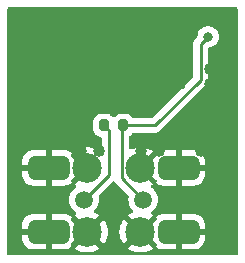
<source format=gbr>
%TF.GenerationSoftware,KiCad,Pcbnew,7.0.2*%
%TF.CreationDate,2024-04-02T19:02:07-04:00*%
%TF.ProjectId,filt2,66696c74-322e-46b6-9963-61645f706362,rev?*%
%TF.SameCoordinates,Original*%
%TF.FileFunction,Copper,L2,Bot*%
%TF.FilePolarity,Positive*%
%FSLAX46Y46*%
G04 Gerber Fmt 4.6, Leading zero omitted, Abs format (unit mm)*
G04 Created by KiCad (PCBNEW 7.0.2) date 2024-04-02 19:02:07*
%MOMM*%
%LPD*%
G01*
G04 APERTURE LIST*
G04 Aperture macros list*
%AMRoundRect*
0 Rectangle with rounded corners*
0 $1 Rounding radius*
0 $2 $3 $4 $5 $6 $7 $8 $9 X,Y pos of 4 corners*
0 Add a 4 corners polygon primitive as box body*
4,1,4,$2,$3,$4,$5,$6,$7,$8,$9,$2,$3,0*
0 Add four circle primitives for the rounded corners*
1,1,$1+$1,$2,$3*
1,1,$1+$1,$4,$5*
1,1,$1+$1,$6,$7*
1,1,$1+$1,$8,$9*
0 Add four rect primitives between the rounded corners*
20,1,$1+$1,$2,$3,$4,$5,0*
20,1,$1+$1,$4,$5,$6,$7,0*
20,1,$1+$1,$6,$7,$8,$9,0*
20,1,$1+$1,$8,$9,$2,$3,0*%
G04 Aperture macros list end*
%TA.AperFunction,ComponentPad*%
%ADD10C,1.016000*%
%TD*%
%TA.AperFunction,SMDPad,CuDef*%
%ADD11RoundRect,0.200000X-0.200000X-0.275000X0.200000X-0.275000X0.200000X0.275000X-0.200000X0.275000X0*%
%TD*%
%TA.AperFunction,ComponentPad*%
%ADD12C,1.500000*%
%TD*%
%TA.AperFunction,ComponentPad*%
%ADD13C,2.500000*%
%TD*%
%TA.AperFunction,ComponentPad*%
%ADD14RoundRect,0.500000X-1.250000X0.500000X-1.250000X-0.500000X1.250000X-0.500000X1.250000X0.500000X0*%
%TD*%
%TA.AperFunction,ViaPad*%
%ADD15C,0.800000*%
%TD*%
%TA.AperFunction,Conductor*%
%ADD16C,0.250000*%
%TD*%
G04 APERTURE END LIST*
D10*
%TO.P,U1,3,GND*%
%TO.N,GND*%
X121778000Y-95215000D03*
X123302000Y-95215000D03*
%TO.P,U1,5,GND*%
X126858000Y-95215000D03*
X128382000Y-95215000D03*
%TO.P,U1,7,GND*%
X131938000Y-95215000D03*
X133462000Y-95215000D03*
X117460000Y-89500000D03*
X120000000Y-89500000D03*
X122540000Y-89500000D03*
X125080000Y-89500000D03*
X127620000Y-89500000D03*
X130160000Y-89500000D03*
X132700000Y-89500000D03*
X117460000Y-88230000D03*
X120000000Y-88230000D03*
X122540000Y-88230000D03*
X125080000Y-88230000D03*
X127620000Y-88230000D03*
X130160000Y-88230000D03*
X132700000Y-88230000D03*
%TD*%
D11*
%TO.P,R1,1*%
%TO.N,Net-(J2-In)*%
X123675000Y-93000000D03*
%TO.P,R1,2*%
%TO.N,Net-(J1-In)*%
X125325000Y-93000000D03*
%TD*%
D12*
%TO.P,J2,1,In*%
%TO.N,Net-(J2-In)*%
X122000000Y-99300000D03*
D13*
%TO.P,J2,2,Ext*%
%TO.N,GND*%
X122250000Y-96600000D03*
D14*
X119000000Y-96600000D03*
D13*
X122250000Y-102000000D03*
D14*
X119000000Y-102000000D03*
%TD*%
D12*
%TO.P,J1,1,In*%
%TO.N,Net-(J1-In)*%
X127000000Y-99300000D03*
D13*
%TO.P,J1,2,Ext*%
%TO.N,GND*%
X126750000Y-96600000D03*
D14*
X130000000Y-96600000D03*
D13*
X126750000Y-102000000D03*
D14*
X130000000Y-102000000D03*
%TD*%
D15*
%TO.N,GND*%
X133000000Y-99000000D03*
%TO.N,Net-(J1-In)*%
X132500000Y-85500000D03*
%TO.N,GND*%
X125000000Y-91000000D03*
X121500000Y-87500000D03*
%TD*%
D16*
%TO.N,Net-(J2-In)*%
X124135000Y-93460000D02*
X124135000Y-97165000D01*
X124135000Y-97165000D02*
X122000000Y-99300000D01*
X123675000Y-93000000D02*
X124135000Y-93460000D01*
%TO.N,Net-(J1-In)*%
X131867000Y-86133000D02*
X132500000Y-85500000D01*
X131867000Y-89133000D02*
X131867000Y-86133000D01*
X128000000Y-93000000D02*
X131867000Y-89133000D01*
X125325000Y-93000000D02*
X128000000Y-93000000D01*
X125175000Y-97475000D02*
X125175000Y-93150000D01*
X127000000Y-99300000D02*
X125175000Y-97475000D01*
X125175000Y-93150000D02*
X125325000Y-93000000D01*
%TD*%
%TA.AperFunction,Conductor*%
%TO.N,GND*%
G36*
X134942539Y-83020185D02*
G01*
X134988294Y-83072989D01*
X134999500Y-83124500D01*
X134999500Y-103875500D01*
X134979815Y-103942539D01*
X134927011Y-103988294D01*
X134875500Y-103999500D01*
X115624500Y-103999500D01*
X115557461Y-103979815D01*
X115511706Y-103927011D01*
X115500500Y-103875500D01*
X115500500Y-102555260D01*
X116750000Y-102555260D01*
X116750242Y-102560731D01*
X116760609Y-102677329D01*
X116816557Y-102872862D01*
X116910723Y-103053131D01*
X117039247Y-103210752D01*
X117196868Y-103339276D01*
X117377137Y-103433442D01*
X117572670Y-103489390D01*
X117689268Y-103499757D01*
X117694739Y-103500000D01*
X118750000Y-103500000D01*
X118750000Y-102600000D01*
X119250000Y-102600000D01*
X119250000Y-103500000D01*
X120305261Y-103500000D01*
X120310731Y-103499757D01*
X120427329Y-103489390D01*
X120622862Y-103433442D01*
X120803133Y-103339276D01*
X120943432Y-103224874D01*
X120895183Y-103176624D01*
X120861698Y-103115301D01*
X120866682Y-103045609D01*
X120895183Y-103001262D01*
X121498766Y-102397678D01*
X121542316Y-102479822D01*
X121662009Y-102620735D01*
X121809195Y-102732623D01*
X121851402Y-102752150D01*
X121200831Y-103402720D01*
X121372546Y-103519793D01*
X121608860Y-103633596D01*
X121859496Y-103710908D01*
X122118856Y-103750000D01*
X122381144Y-103750000D01*
X122640503Y-103710908D01*
X122891139Y-103633596D01*
X123127456Y-103519792D01*
X123299167Y-103402720D01*
X122648609Y-102752161D01*
X122767431Y-102680669D01*
X122901658Y-102553523D01*
X123004861Y-102401308D01*
X123652124Y-103048571D01*
X123699972Y-102988572D01*
X123831117Y-102761423D01*
X123926940Y-102517270D01*
X123985306Y-102261552D01*
X124004907Y-101999999D01*
X123985306Y-101738447D01*
X123926940Y-101482729D01*
X123831117Y-101238575D01*
X123699972Y-101011426D01*
X123652125Y-100951427D01*
X123001232Y-101602319D01*
X122957684Y-101520178D01*
X122837991Y-101379265D01*
X122690805Y-101267377D01*
X122648596Y-101247849D01*
X123299167Y-100597278D01*
X123127451Y-100480205D01*
X122920981Y-100380774D01*
X122869122Y-100333952D01*
X122850809Y-100266525D01*
X122871857Y-100199901D01*
X122887102Y-100181373D01*
X122887101Y-100181372D01*
X122961598Y-100106877D01*
X123087102Y-99927639D01*
X123179575Y-99729330D01*
X123236207Y-99517977D01*
X123255277Y-99300000D01*
X123236207Y-99082023D01*
X123236207Y-99082022D01*
X123236207Y-99082021D01*
X123226495Y-99045776D01*
X123228157Y-98975926D01*
X123258586Y-98926002D01*
X124428684Y-97755905D01*
X124490005Y-97722422D01*
X124559697Y-97727406D01*
X124615630Y-97769278D01*
X124616682Y-97770704D01*
X124622513Y-97778730D01*
X124622514Y-97778732D01*
X124643291Y-97807330D01*
X124648181Y-97814060D01*
X124654593Y-97823822D01*
X124676826Y-97861416D01*
X124676829Y-97861419D01*
X124676830Y-97861420D01*
X124690995Y-97875585D01*
X124703627Y-97890375D01*
X124715406Y-97906587D01*
X124749058Y-97934426D01*
X124757699Y-97942289D01*
X125741411Y-98926001D01*
X125774896Y-98987324D01*
X125773505Y-99045774D01*
X125763792Y-99082022D01*
X125744722Y-99300000D01*
X125763792Y-99517974D01*
X125763793Y-99517977D01*
X125820425Y-99729330D01*
X125912898Y-99927639D01*
X126038402Y-100106877D01*
X126038404Y-100106879D01*
X126038405Y-100106880D01*
X126112897Y-100181372D01*
X126146382Y-100242695D01*
X126141398Y-100312387D01*
X126099526Y-100368320D01*
X126079018Y-100380773D01*
X125872546Y-100480206D01*
X125700831Y-100597278D01*
X126351390Y-101247838D01*
X126232569Y-101319331D01*
X126098342Y-101446477D01*
X125995138Y-101598692D01*
X125347873Y-100951427D01*
X125300028Y-101011424D01*
X125168882Y-101238576D01*
X125073059Y-101482729D01*
X125014693Y-101738447D01*
X124995092Y-102000000D01*
X125014693Y-102261552D01*
X125073059Y-102517270D01*
X125168882Y-102761424D01*
X125300027Y-102988573D01*
X125347873Y-103048571D01*
X125347874Y-103048571D01*
X125998766Y-102397679D01*
X126042316Y-102479822D01*
X126162009Y-102620735D01*
X126309195Y-102732623D01*
X126351402Y-102752150D01*
X125700831Y-103402720D01*
X125872546Y-103519793D01*
X126108860Y-103633596D01*
X126359496Y-103710908D01*
X126618856Y-103750000D01*
X126881144Y-103750000D01*
X127140503Y-103710908D01*
X127391139Y-103633596D01*
X127627456Y-103519792D01*
X127799167Y-103402720D01*
X127148609Y-102752161D01*
X127267431Y-102680669D01*
X127401658Y-102553523D01*
X127504861Y-102401308D01*
X128104816Y-103001262D01*
X128138301Y-103062585D01*
X128133317Y-103132276D01*
X128104816Y-103176624D01*
X128056566Y-103224874D01*
X128196868Y-103339276D01*
X128377137Y-103433442D01*
X128572670Y-103489390D01*
X128689268Y-103499757D01*
X128694739Y-103500000D01*
X129750000Y-103500000D01*
X129750000Y-102600000D01*
X130250000Y-102600000D01*
X130250000Y-103500000D01*
X131305261Y-103500000D01*
X131310731Y-103499757D01*
X131427329Y-103489390D01*
X131622862Y-103433442D01*
X131803131Y-103339276D01*
X131960752Y-103210752D01*
X132089276Y-103053131D01*
X132183442Y-102872862D01*
X132239390Y-102677329D01*
X132249757Y-102560731D01*
X132250000Y-102555260D01*
X132250000Y-102250000D01*
X131195882Y-102250000D01*
X131234556Y-102156631D01*
X131255177Y-102000000D01*
X131234556Y-101843369D01*
X131195882Y-101750000D01*
X132250000Y-101750000D01*
X132250000Y-101444739D01*
X132249757Y-101439268D01*
X132239390Y-101322670D01*
X132183442Y-101127137D01*
X132089276Y-100946868D01*
X131960752Y-100789247D01*
X131803131Y-100660723D01*
X131622862Y-100566557D01*
X131427329Y-100510609D01*
X131310731Y-100500242D01*
X131305261Y-100500000D01*
X130250000Y-100500000D01*
X130250000Y-101400000D01*
X129750000Y-101400000D01*
X129750000Y-100500000D01*
X128694739Y-100500000D01*
X128689268Y-100500242D01*
X128572670Y-100510609D01*
X128377135Y-100566558D01*
X128196869Y-100660721D01*
X128056566Y-100775123D01*
X128056565Y-100775124D01*
X128104816Y-100823375D01*
X128138301Y-100884698D01*
X128133317Y-100954390D01*
X128104816Y-100998737D01*
X127501232Y-101602319D01*
X127457684Y-101520178D01*
X127337991Y-101379265D01*
X127190805Y-101267377D01*
X127148596Y-101247848D01*
X127799167Y-100597278D01*
X127708455Y-100535432D01*
X127664153Y-100481403D01*
X127656094Y-100411999D01*
X127686837Y-100349257D01*
X127707178Y-100331407D01*
X127806877Y-100261598D01*
X127961598Y-100106877D01*
X128087102Y-99927639D01*
X128179575Y-99729330D01*
X128236207Y-99517977D01*
X128255277Y-99300000D01*
X128236207Y-99082023D01*
X128179575Y-98870670D01*
X128087102Y-98672362D01*
X127961598Y-98493123D01*
X127806877Y-98338402D01*
X127707181Y-98268594D01*
X127663558Y-98214019D01*
X127656366Y-98144520D01*
X127687888Y-98082166D01*
X127708455Y-98064568D01*
X127799167Y-98002720D01*
X127148609Y-97352162D01*
X127267431Y-97280669D01*
X127401658Y-97153523D01*
X127504861Y-97001308D01*
X128104816Y-97601262D01*
X128138301Y-97662585D01*
X128133317Y-97732276D01*
X128104816Y-97776624D01*
X128056566Y-97824874D01*
X128196868Y-97939276D01*
X128377137Y-98033442D01*
X128572670Y-98089390D01*
X128689268Y-98099757D01*
X128694739Y-98100000D01*
X129750000Y-98100000D01*
X129750000Y-97200000D01*
X130250000Y-97200000D01*
X130250000Y-98100000D01*
X131305261Y-98100000D01*
X131310731Y-98099757D01*
X131427329Y-98089390D01*
X131622862Y-98033442D01*
X131803131Y-97939276D01*
X131960752Y-97810752D01*
X132089276Y-97653131D01*
X132183442Y-97472862D01*
X132239390Y-97277329D01*
X132249757Y-97160731D01*
X132250000Y-97155260D01*
X132250000Y-96850000D01*
X131195882Y-96850000D01*
X131234556Y-96756631D01*
X131255177Y-96600000D01*
X131234556Y-96443369D01*
X131195882Y-96350000D01*
X132250000Y-96350000D01*
X132250000Y-96044739D01*
X132249757Y-96039268D01*
X132239390Y-95922670D01*
X132183442Y-95727137D01*
X132089276Y-95546868D01*
X131960752Y-95389247D01*
X131803131Y-95260723D01*
X131622862Y-95166557D01*
X131427329Y-95110609D01*
X131310731Y-95100242D01*
X131305261Y-95100000D01*
X130250000Y-95100000D01*
X130250000Y-96000000D01*
X129750000Y-96000000D01*
X129750000Y-95100000D01*
X128694739Y-95100000D01*
X128689268Y-95100242D01*
X128572670Y-95110609D01*
X128377135Y-95166558D01*
X128196869Y-95260721D01*
X128056566Y-95375123D01*
X128056565Y-95375124D01*
X128104816Y-95423375D01*
X128138301Y-95484698D01*
X128133317Y-95554390D01*
X128104816Y-95598737D01*
X127501232Y-96202319D01*
X127457684Y-96120178D01*
X127337991Y-95979265D01*
X127190805Y-95867377D01*
X127148596Y-95847849D01*
X127799167Y-95197278D01*
X127627451Y-95080205D01*
X127391139Y-94966403D01*
X127140503Y-94889091D01*
X126881144Y-94850000D01*
X126618856Y-94850000D01*
X126359496Y-94889091D01*
X126108860Y-94966403D01*
X125978302Y-95029277D01*
X125909361Y-95040629D01*
X125845226Y-95012907D01*
X125806260Y-94954912D01*
X125800500Y-94917557D01*
X125800500Y-93996941D01*
X125820185Y-93929902D01*
X125860351Y-93890824D01*
X125960185Y-93830472D01*
X126080469Y-93710188D01*
X126080468Y-93710187D01*
X126080472Y-93710185D01*
X126095485Y-93685349D01*
X126147012Y-93638163D01*
X126201602Y-93625500D01*
X127917256Y-93625500D01*
X127937762Y-93627764D01*
X127940665Y-93627672D01*
X127940667Y-93627673D01*
X128007872Y-93625561D01*
X128011768Y-93625500D01*
X128035448Y-93625500D01*
X128039350Y-93625500D01*
X128043313Y-93624999D01*
X128054962Y-93624080D01*
X128098627Y-93622709D01*
X128117859Y-93617120D01*
X128136918Y-93613174D01*
X128143196Y-93612381D01*
X128156792Y-93610664D01*
X128197407Y-93594582D01*
X128208444Y-93590803D01*
X128250390Y-93578618D01*
X128267629Y-93568422D01*
X128285102Y-93559862D01*
X128303732Y-93552486D01*
X128339064Y-93526814D01*
X128348830Y-93520400D01*
X128386418Y-93498171D01*
X128386417Y-93498171D01*
X128386420Y-93498170D01*
X128400585Y-93484004D01*
X128415373Y-93471373D01*
X128431587Y-93459594D01*
X128459438Y-93425926D01*
X128467279Y-93417309D01*
X132250789Y-89633800D01*
X132266885Y-89620906D01*
X132268873Y-89618787D01*
X132268877Y-89618786D01*
X132314949Y-89569723D01*
X132317534Y-89567055D01*
X132337120Y-89547471D01*
X132339585Y-89544292D01*
X132347167Y-89535416D01*
X132377062Y-89503582D01*
X132386712Y-89486027D01*
X132397400Y-89469757D01*
X132409671Y-89453938D01*
X132409673Y-89453936D01*
X132427026Y-89413832D01*
X132432157Y-89403362D01*
X132453197Y-89365092D01*
X132458175Y-89345699D01*
X132464481Y-89327282D01*
X132466018Y-89323728D01*
X132472438Y-89308896D01*
X132479272Y-89265745D01*
X132481635Y-89254331D01*
X132492500Y-89212019D01*
X132492500Y-89191982D01*
X132494027Y-89172584D01*
X132497160Y-89152804D01*
X132493050Y-89109324D01*
X132492500Y-89097655D01*
X132492500Y-88822546D01*
X132492500Y-86522621D01*
X132512184Y-86455586D01*
X132564987Y-86409831D01*
X132590718Y-86401335D01*
X132779803Y-86361144D01*
X132952730Y-86284151D01*
X133105870Y-86172889D01*
X133232533Y-86032216D01*
X133327179Y-85868284D01*
X133345446Y-85812063D01*
X133385674Y-85688256D01*
X133405460Y-85500000D01*
X133385674Y-85311744D01*
X133327179Y-85131716D01*
X133327179Y-85131715D01*
X133232533Y-84967783D01*
X133105870Y-84827110D01*
X132952730Y-84715848D01*
X132779802Y-84638855D01*
X132594648Y-84599500D01*
X132594646Y-84599500D01*
X132405354Y-84599500D01*
X132405352Y-84599500D01*
X132220197Y-84638855D01*
X132047269Y-84715848D01*
X131894129Y-84827110D01*
X131767466Y-84967783D01*
X131672820Y-85131715D01*
X131614326Y-85311742D01*
X131596679Y-85479649D01*
X131570094Y-85544263D01*
X131561039Y-85554368D01*
X131483208Y-85632199D01*
X131467110Y-85645096D01*
X131419096Y-85696225D01*
X131416392Y-85699016D01*
X131399628Y-85715780D01*
X131399621Y-85715787D01*
X131396880Y-85718529D01*
X131394499Y-85721597D01*
X131394490Y-85721608D01*
X131394411Y-85721711D01*
X131386842Y-85730572D01*
X131356935Y-85762420D01*
X131347285Y-85779974D01*
X131336609Y-85796228D01*
X131324326Y-85812063D01*
X131306975Y-85852158D01*
X131301838Y-85862644D01*
X131280802Y-85900907D01*
X131275821Y-85920309D01*
X131269520Y-85938711D01*
X131261561Y-85957102D01*
X131254728Y-86000243D01*
X131252361Y-86011675D01*
X131241500Y-86053982D01*
X131241499Y-86074020D01*
X131239973Y-86093405D01*
X131236839Y-86113195D01*
X131240949Y-86156675D01*
X131241499Y-86168343D01*
X131241499Y-88822546D01*
X131221814Y-88889585D01*
X131205180Y-88910227D01*
X127777228Y-92338181D01*
X127715905Y-92371666D01*
X127689547Y-92374500D01*
X126201602Y-92374500D01*
X126134563Y-92354815D01*
X126095485Y-92314650D01*
X126080472Y-92289815D01*
X126080470Y-92289813D01*
X126080469Y-92289811D01*
X125960186Y-92169528D01*
X125872180Y-92116326D01*
X125814606Y-92081522D01*
X125652196Y-92030914D01*
X125652193Y-92030913D01*
X125584424Y-92024755D01*
X125584420Y-92024754D01*
X125581616Y-92024500D01*
X125068384Y-92024500D01*
X125065580Y-92024754D01*
X125065575Y-92024755D01*
X124997806Y-92030913D01*
X124916598Y-92056217D01*
X124835394Y-92081522D01*
X124835392Y-92081522D01*
X124835392Y-92081523D01*
X124689813Y-92169528D01*
X124587681Y-92271661D01*
X124526358Y-92305146D01*
X124456666Y-92300162D01*
X124412319Y-92271661D01*
X124310186Y-92169528D01*
X124222179Y-92116326D01*
X124164606Y-92081522D01*
X124002196Y-92030914D01*
X124002193Y-92030913D01*
X123934424Y-92024755D01*
X123934420Y-92024754D01*
X123931616Y-92024500D01*
X123418384Y-92024500D01*
X123415580Y-92024754D01*
X123415575Y-92024755D01*
X123347806Y-92030913D01*
X123266598Y-92056217D01*
X123185394Y-92081522D01*
X123185392Y-92081522D01*
X123185392Y-92081523D01*
X123039813Y-92169528D01*
X122919528Y-92289813D01*
X122831523Y-92435392D01*
X122780913Y-92597806D01*
X122774755Y-92665575D01*
X122774500Y-92668384D01*
X122774500Y-93331616D01*
X122774754Y-93334420D01*
X122774755Y-93334424D01*
X122780913Y-93402193D01*
X122780914Y-93402196D01*
X122831522Y-93564606D01*
X122831523Y-93564607D01*
X122919528Y-93710186D01*
X123039813Y-93830471D01*
X123039815Y-93830472D01*
X123185394Y-93918478D01*
X123347804Y-93969086D01*
X123396723Y-93973531D01*
X123461705Y-93999201D01*
X123502493Y-94055929D01*
X123509500Y-94097022D01*
X123509500Y-95106060D01*
X123489815Y-95173099D01*
X123437011Y-95218854D01*
X123367853Y-95228798D01*
X123315649Y-95208514D01*
X123127455Y-95080206D01*
X122891139Y-94966403D01*
X122640503Y-94889091D01*
X122381144Y-94850000D01*
X122118856Y-94850000D01*
X121859496Y-94889091D01*
X121608860Y-94966403D01*
X121372545Y-95080206D01*
X121200831Y-95197278D01*
X121851390Y-95847837D01*
X121732569Y-95919331D01*
X121598342Y-96046477D01*
X121495138Y-96198692D01*
X120895182Y-95598736D01*
X120861697Y-95537413D01*
X120866681Y-95467721D01*
X120895182Y-95423373D01*
X120943431Y-95375123D01*
X120803131Y-95260723D01*
X120622862Y-95166557D01*
X120427329Y-95110609D01*
X120310731Y-95100242D01*
X120305261Y-95100000D01*
X119250000Y-95100000D01*
X119250000Y-96000000D01*
X118750000Y-96000000D01*
X118750000Y-95100000D01*
X117694739Y-95100000D01*
X117689268Y-95100242D01*
X117572670Y-95110609D01*
X117377137Y-95166557D01*
X117196868Y-95260723D01*
X117039247Y-95389247D01*
X116910723Y-95546868D01*
X116816557Y-95727137D01*
X116760609Y-95922670D01*
X116750242Y-96039268D01*
X116750000Y-96044739D01*
X116750000Y-96350000D01*
X117804118Y-96350000D01*
X117765444Y-96443369D01*
X117744823Y-96600000D01*
X117765444Y-96756631D01*
X117804118Y-96850000D01*
X116750000Y-96850000D01*
X116750000Y-97155260D01*
X116750242Y-97160731D01*
X116760609Y-97277329D01*
X116816557Y-97472862D01*
X116910723Y-97653131D01*
X117039247Y-97810752D01*
X117196868Y-97939276D01*
X117377137Y-98033442D01*
X117572670Y-98089390D01*
X117689268Y-98099757D01*
X117694739Y-98100000D01*
X118750000Y-98100000D01*
X118750000Y-97200000D01*
X119250000Y-97200000D01*
X119250000Y-98100000D01*
X120305261Y-98100000D01*
X120310731Y-98099757D01*
X120427329Y-98089390D01*
X120622862Y-98033442D01*
X120803133Y-97939276D01*
X120943432Y-97824874D01*
X120895183Y-97776624D01*
X120861698Y-97715301D01*
X120866682Y-97645609D01*
X120895183Y-97601262D01*
X121498766Y-96997678D01*
X121542316Y-97079822D01*
X121662009Y-97220735D01*
X121809195Y-97332623D01*
X121851401Y-97352149D01*
X121200831Y-98002720D01*
X121291544Y-98064567D01*
X121335846Y-98118596D01*
X121343906Y-98187999D01*
X121313163Y-98250742D01*
X121292817Y-98268596D01*
X121193119Y-98338405D01*
X121038402Y-98493122D01*
X120912898Y-98672361D01*
X120820425Y-98870668D01*
X120763792Y-99082025D01*
X120744722Y-99300000D01*
X120763792Y-99517974D01*
X120763793Y-99517977D01*
X120820425Y-99729330D01*
X120912898Y-99927639D01*
X121038402Y-100106877D01*
X121193123Y-100261598D01*
X121292817Y-100331405D01*
X121336440Y-100385980D01*
X121343633Y-100455479D01*
X121312111Y-100517833D01*
X121291544Y-100535432D01*
X121200832Y-100597278D01*
X121851391Y-101247837D01*
X121732569Y-101319331D01*
X121598342Y-101446477D01*
X121495138Y-101598692D01*
X120895182Y-100998736D01*
X120861697Y-100937413D01*
X120866681Y-100867721D01*
X120895182Y-100823373D01*
X120943431Y-100775123D01*
X120803131Y-100660723D01*
X120622862Y-100566557D01*
X120427329Y-100510609D01*
X120310731Y-100500242D01*
X120305261Y-100500000D01*
X119250000Y-100500000D01*
X119250000Y-101400000D01*
X118750000Y-101400000D01*
X118750000Y-100500000D01*
X117694739Y-100500000D01*
X117689268Y-100500242D01*
X117572670Y-100510609D01*
X117377137Y-100566557D01*
X117196868Y-100660723D01*
X117039247Y-100789247D01*
X116910723Y-100946868D01*
X116816557Y-101127137D01*
X116760609Y-101322670D01*
X116750242Y-101439268D01*
X116750000Y-101444739D01*
X116750000Y-101750000D01*
X117804118Y-101750000D01*
X117765444Y-101843369D01*
X117744823Y-102000000D01*
X117765444Y-102156631D01*
X117804118Y-102250000D01*
X116750000Y-102250000D01*
X116750000Y-102555260D01*
X115500500Y-102555260D01*
X115500500Y-83124500D01*
X115520185Y-83057461D01*
X115572989Y-83011706D01*
X115624500Y-83000500D01*
X134875500Y-83000500D01*
X134942539Y-83020185D01*
G37*
%TD.AperFunction*%
%TD*%
M02*

</source>
